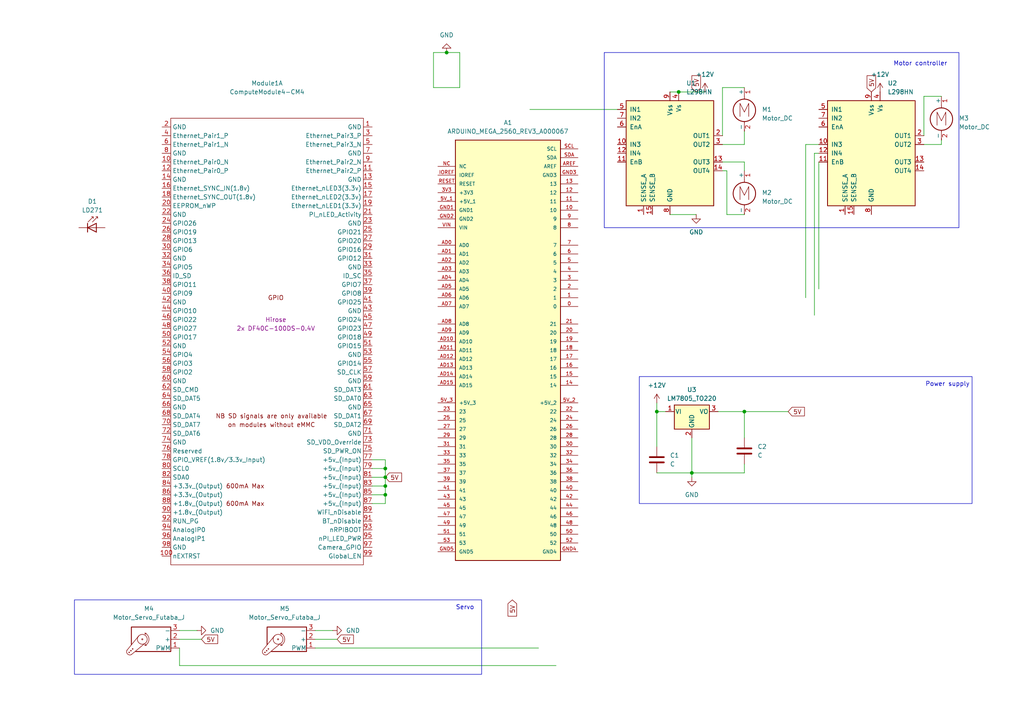
<source format=kicad_sch>
(kicad_sch (version 20231120) (generator "eeschema") (generator_version "8.0")
  (paper "A4")
  (lib_symbols
    (symbol "CM4IO:ComputeModule4-CM4"
      (property "Reference" "Module" (at 113.03 -68.58 0))
      (property "Value" "ComputeModule4-CM4" (at 140.97 2.54 0))
      (property "Manufacturer" "Hirose" (at 0 0 0))
      (property "MPN" "2x DF40C-100DS-0.4V" (at 0 -2.54 0))
      (property "MPN (Alt)" "2x DF40HC(3.0)-100DS-0.4V" (at 0 0 0))
      (symbol "ComputeModule4-CM4_1_0"
        (text "GPIO" (at 0 6.35 0) (effects (font (size 1.27 1.27))))
      )
      (symbol "ComputeModule4-CM4_1_1"
        (rectangle (start -30.48 -71.12) (end 25.4 58.42))
        (text "600mA Max" (at -8.89 -53.34 0) (effects (font (size 1.27 1.27))))
        (text "600mA Max" (at -8.89 -48.26 0) (effects (font (size 1.27 1.27))))
        (text "NB SD signals are only available" (at -1.27 -27.94 0) (effects (font (size 1.27 1.27))))
        (text "on modules without eMMC" (at -1.27 -30.48 0) (effects (font (size 1.27 1.27))))
        (pin power_in line (at 27.94 55.88 180) (length 2.54) (name "GND") (number "1"))
        (pin passive line (at -33.02 45.72 0) (length 2.54) (name "Ethernet_Pair0_N") (number "10"))
        (pin output line (at -33.02 -68.58 0) (length 2.54) (name "nEXTRST") (number "100"))
        (pin passive line (at 27.94 43.18 180) (length 2.54) (name "Ethernet_Pair2_P") (number "11"))
        (pin passive line (at -33.02 43.18 0) (length 2.54) (name "Ethernet_Pair0_P") (number "12"))
        (pin power_in line (at 27.94 40.64 180) (length 2.54) (name "GND") (number "13"))
        (pin power_in line (at -33.02 40.64 0) (length 2.54) (name "GND") (number "14"))
        (pin output line (at 27.94 38.1 180) (length 2.54) (name "Ethernet_nLED3(3.3v)") (number "15"))
        (pin input line (at -33.02 38.1 0) (length 2.54) (name "Ethernet_SYNC_IN(1.8v)") (number "16"))
        (pin output line (at 27.94 35.56 180) (length 2.54) (name "Ethernet_nLED2(3.3v)") (number "17"))
        (pin input line (at -33.02 35.56 0) (length 2.54) (name "Ethernet_SYNC_OUT(1.8v)") (number "18"))
        (pin output line (at 27.94 33.02 180) (length 2.54) (name "Ethernet_nLED1(3.3v)") (number "19"))
        (pin power_in line (at -33.02 55.88 0) (length 2.54) (name "GND") (number "2"))
        (pin passive line (at -33.02 33.02 0) (length 2.54) (name "EEPROM_nWP") (number "20"))
        (pin open_collector line (at 27.94 30.48 180) (length 2.54) (name "PI_nLED_Activity") (number "21"))
        (pin power_in line (at -33.02 30.48 0) (length 2.54) (name "GND") (number "22"))
        (pin power_in line (at 27.94 27.94 180) (length 2.54) (name "GND") (number "23"))
        (pin passive line (at -33.02 27.94 0) (length 2.54) (name "GPIO26") (number "24"))
        (pin passive line (at 27.94 25.4 180) (length 2.54) (name "GPIO21") (number "25"))
        (pin passive line (at -33.02 25.4 0) (length 2.54) (name "GPIO19") (number "26"))
        (pin passive line (at 27.94 22.86 180) (length 2.54) (name "GPIO20") (number "27"))
        (pin passive line (at -33.02 22.86 0) (length 2.54) (name "GPIO13") (number "28"))
        (pin passive line (at 27.94 20.32 180) (length 2.54) (name "GPIO16") (number "29"))
        (pin passive line (at 27.94 53.34 180) (length 2.54) (name "Ethernet_Pair3_P") (number "3"))
        (pin passive line (at -33.02 20.32 0) (length 2.54) (name "GPIO6") (number "30"))
        (pin passive line (at 27.94 17.78 180) (length 2.54) (name "GPIO12") (number "31"))
        (pin power_in line (at -33.02 17.78 0) (length 2.54) (name "GND") (number "32"))
        (pin power_in line (at 27.94 15.24 180) (length 2.54) (name "GND") (number "33"))
        (pin passive line (at -33.02 15.24 0) (length 2.54) (name "GPIO5") (number "34"))
        (pin passive line (at 27.94 12.7 180) (length 2.54) (name "ID_SC") (number "35"))
        (pin passive line (at -33.02 12.7 0) (length 2.54) (name "ID_SD") (number "36"))
        (pin passive line (at 27.94 10.16 180) (length 2.54) (name "GPIO7") (number "37"))
        (pin passive line (at -33.02 10.16 0) (length 2.54) (name "GPIO11") (number "38"))
        (pin passive line (at 27.94 7.62 180) (length 2.54) (name "GPIO8") (number "39"))
        (pin passive line (at -33.02 53.34 0) (length 2.54) (name "Ethernet_Pair1_P") (number "4"))
        (pin passive line (at -33.02 7.62 0) (length 2.54) (name "GPIO9") (number "40"))
        (pin passive line (at 27.94 5.08 180) (length 2.54) (name "GPIO25") (number "41"))
        (pin power_in line (at -33.02 5.08 0) (length 2.54) (name "GND") (number "42"))
        (pin power_in line (at 27.94 2.54 180) (length 2.54) (name "GND") (number "43"))
        (pin passive line (at -33.02 2.54 0) (length 2.54) (name "GPIO10") (number "44"))
        (pin passive line (at 27.94 0 180) (length 2.54) (name "GPIO24") (number "45"))
        (pin passive line (at -33.02 0 0) (length 2.54) (name "GPIO22") (number "46"))
        (pin passive line (at 27.94 -2.54 180) (length 2.54) (name "GPIO23") (number "47"))
        (pin passive line (at -33.02 -2.54 0) (length 2.54) (name "GPIO27") (number "48"))
        (pin passive line (at 27.94 -5.08 180) (length 2.54) (name "GPIO18") (number "49"))
        (pin passive line (at 27.94 50.8 180) (length 2.54) (name "Ethernet_Pair3_N") (number "5"))
        (pin passive line (at -33.02 -5.08 0) (length 2.54) (name "GPIO17") (number "50"))
        (pin passive line (at 27.94 -7.62 180) (length 2.54) (name "GPIO15") (number "51"))
        (pin power_in line (at -33.02 -7.62 0) (length 2.54) (name "GND") (number "52"))
        (pin power_in line (at 27.94 -10.16 180) (length 2.54) (name "GND") (number "53"))
        (pin passive line (at -33.02 -10.16 0) (length 2.54) (name "GPIO4") (number "54"))
        (pin passive line (at 27.94 -12.7 180) (length 2.54) (name "GPIO14") (number "55"))
        (pin passive line (at -33.02 -12.7 0) (length 2.54) (name "GPIO3") (number "56"))
        (pin passive line (at 27.94 -15.24 180) (length 2.54) (name "SD_CLK") (number "57"))
        (pin passive line (at -33.02 -15.24 0) (length 2.54) (name "GPIO2") (number "58"))
        (pin power_in line (at 27.94 -17.78 180) (length 2.54) (name "GND") (number "59"))
        (pin passive line (at -33.02 50.8 0) (length 2.54) (name "Ethernet_Pair1_N") (number "6"))
        (pin power_in line (at -33.02 -17.78 0) (length 2.54) (name "GND") (number "60"))
        (pin passive line (at 27.94 -20.32 180) (length 2.54) (name "SD_DAT3") (number "61"))
        (pin passive line (at -33.02 -20.32 0) (length 2.54) (name "SD_CMD") (number "62"))
        (pin passive line (at 27.94 -22.86 180) (length 2.54) (name "SD_DAT0") (number "63"))
        (pin passive line (at -33.02 -22.86 0) (length 2.54) (name "SD_DAT5") (number "64"))
        (pin power_in line (at 27.94 -25.4 180) (length 2.54) (name "GND") (number "65"))
        (pin power_in line (at -33.02 -25.4 0) (length 2.54) (name "GND") (number "66"))
        (pin passive line (at 27.94 -27.94 180) (length 2.54) (name "SD_DAT1") (number "67"))
        (pin passive line (at -33.02 -27.94 0) (length 2.54) (name "SD_DAT4") (number "68"))
        (pin passive line (at 27.94 -30.48 180) (length 2.54) (name "SD_DAT2") (number "69"))
        (pin power_in line (at 27.94 48.26 180) (length 2.54) (name "GND") (number "7"))
        (pin passive line (at -33.02 -30.48 0) (length 2.54) (name "SD_DAT7") (number "70"))
        (pin power_in line (at 27.94 -33.02 180) (length 2.54) (name "GND") (number "71"))
        (pin passive line (at -33.02 -33.02 0) (length 2.54) (name "SD_DAT6") (number "72"))
        (pin input line (at 27.94 -35.56 180) (length 2.54) (name "SD_VDD_Override") (number "73"))
        (pin power_in line (at -33.02 -35.56 0) (length 2.54) (name "GND") (number "74"))
        (pin output line (at 27.94 -38.1 180) (length 2.54) (name "SD_PWR_ON") (number "75"))
        (pin passive line (at -33.02 -38.1 0) (length 2.54) (name "Reserved") (number "76"))
        (pin power_in line (at 27.94 -40.64 180) (length 2.54) (name "+5v_(Input)") (number "77"))
        (pin power_in line (at -33.02 -40.64 0) (length 2.54) (name "GPIO_VREF(1.8v/3.3v_Input)") (number "78"))
        (pin power_in line (at 27.94 -43.18 180) (length 2.54) (name "+5v_(Input)") (number "79"))
        (pin power_in line (at -33.02 48.26 0) (length 2.54) (name "GND") (number "8"))
        (pin passive line (at -33.02 -43.18 0) (length 2.54) (name "SCL0") (number "80"))
        (pin power_in line (at 27.94 -45.72 180) (length 2.54) (name "+5v_(Input)") (number "81"))
        (pin passive line (at -33.02 -45.72 0) (length 2.54) (name "SDA0") (number "82"))
        (pin power_in line (at 27.94 -48.26 180) (length 2.54) (name "+5v_(Input)") (number "83"))
        (pin power_out line (at -33.02 -48.26 0) (length 2.54) (name "+3.3v_(Output)") (number "84"))
        (pin power_in line (at 27.94 -50.8 180) (length 2.54) (name "+5v_(Input)") (number "85"))
        (pin power_out line (at -33.02 -50.8 0) (length 2.54) (name "+3.3v_(Output)") (number "86"))
        (pin power_in line (at 27.94 -53.34 180) (length 2.54) (name "+5v_(Input)") (number "87"))
        (pin power_out line (at -33.02 -53.34 0) (length 2.54) (name "+1.8v_(Output)") (number "88"))
        (pin power_in line (at 27.94 -55.88 180) (length 2.54) (name "WiFi_nDisable") (number "89"))
        (pin passive line (at 27.94 45.72 180) (length 2.54) (name "Ethernet_Pair2_N") (number "9"))
        (pin power_out line (at -33.02 -55.88 0) (length 2.54) (name "+1.8v_(Output)") (number "90"))
        (pin power_in line (at 27.94 -58.42 180) (length 2.54) (name "BT_nDisable") (number "91"))
        (pin passive line (at -33.02 -58.42 0) (length 2.54) (name "RUN_PG") (number "92"))
        (pin input line (at 27.94 -60.96 180) (length 2.54) (name "nRPIBOOT") (number "93"))
        (pin passive line (at -33.02 -60.96 0) (length 2.54) (name "AnalogIP0") (number "94"))
        (pin output line (at 27.94 -63.5 180) (length 2.54) (name "nPI_LED_PWR") (number "95"))
        (pin passive line (at -33.02 -63.5 0) (length 2.54) (name "AnalogIP1") (number "96"))
        (pin passive line (at 27.94 -66.04 180) (length 2.54) (name "Camera_GPIO") (number "97"))
        (pin power_in line (at -33.02 -66.04 0) (length 2.54) (name "GND") (number "98"))
        (pin input line (at 27.94 -68.58 180) (length 2.54) (name "Global_EN") (number "99"))
      )
      (symbol "ComputeModule4-CM4_2_1"
        (rectangle (start 114.3 -66.04) (end 165.1 63.5))
        (text "High Speed Serial" (at 140.97 0 0) (effects (font (size 1.27 1.27))))
        (pin input line (at 170.18 60.96 180) (length 5.08) (name "USB_OTG_ID") (number "101"))
        (pin input line (at 109.22 60.96 0) (length 5.08) (name "PCIe_CLK_nREQ") (number "102"))
        (pin passive line (at 170.18 58.42 180) (length 5.08) (name "USB2_N") (number "103"))
        (pin passive line (at 109.22 58.42 0) (length 5.08) (name "Reserved") (number "104"))
        (pin passive line (at 170.18 55.88 180) (length 5.08) (name "USB2_P") (number "105"))
        (pin passive line (at 109.22 55.88 0) (length 5.08) (name "Reserved") (number "106"))
        (pin power_in line (at 170.18 53.34 180) (length 5.08) (name "GND") (number "107"))
        (pin power_in line (at 109.22 53.34 0) (length 5.08) (name "GND") (number "108"))
        (pin bidirectional line (at 170.18 50.8 180) (length 5.08) (name "PCIe_nRST") (number "109"))
        (pin output line (at 109.22 50.8 0) (length 5.08) (name "PCIe_CLK_P") (number "110"))
        (pin passive line (at 170.18 48.26 180) (length 5.08) (name "VDAC_COMP") (number "111"))
        (pin output line (at 109.22 48.26 0) (length 5.08) (name "PCIe_CLK_N") (number "112"))
        (pin power_in line (at 170.18 45.72 180) (length 5.08) (name "GND") (number "113"))
        (pin power_in line (at 109.22 45.72 0) (length 5.08) (name "GND") (number "114"))
        (pin input line (at 170.18 43.18 180) (length 5.08) (name "CAM1_D0_N") (number "115"))
        (pin input line (at 109.22 43.18 0) (length 5.08) (name "PCIe_RX_P") (number "116"))
        (pin input line (at 170.18 40.64 180) (length 5.08) (name "CAM1_D0_P") (number "117"))
        (pin input line (at 109.22 40.64 0) (length 5.08) (name "PCIe_RX_N") (number "118"))
        (pin power_in line (at 170.18 38.1 180) (length 5.08) (name "GND") (number "119"))
        (pin power_in line (at 109.22 38.1 0) (length 5.08) (name "GND") (number "120"))
        (pin input line (at 170.18 35.56 180) (length 5.08) (name "CAM1_D1_N") (number "121"))
        (pin output line (at 109.22 35.56 0) (length 5.08) (name "PCIe_TX_P") (number "122"))
        (pin input line (at 170.18 33.02 180) (length 5.08) (name "CAM1_D1_P") (number "123"))
        (pin output line (at 109.22 33.02 0) (length 5.08) (name "PCIe_TX_N") (number "124"))
        (pin power_in line (at 170.18 30.48 180) (length 5.08) (name "GND") (number "125"))
        (pin power_in line (at 109.22 30.48 0) (length 5.08) (name "GND") (number "126"))
        (pin input line (at 170.18 27.94 180) (length 5.08) (name "CAM1_C_N") (number "127"))
        (pin input line (at 109.22 27.94 0) (length 5.08) (name "CAM0_D0_N") (number "128"))
        (pin input line (at 170.18 25.4 180) (length 5.08) (name "CAM1_C_P") (number "129"))
        (pin input line (at 109.22 25.4 0) (length 5.08) (name "CAM0_D0_P") (number "130"))
        (pin power_in line (at 170.18 22.86 180) (length 5.08) (name "GND") (number "131"))
        (pin power_in line (at 109.22 22.86 0) (length 5.08) (name "GND") (number "132"))
        (pin input line (at 170.18 20.32 180) (length 5.08) (name "CAM1_D2_N") (number "133"))
        (pin input line (at 109.22 20.32 0) (length 5.08) (name "CAM0_D1_N") (number "134"))
        (pin input line (at 170.18 17.78 180) (length 5.08) (name "CAM1_D2_P") (number "135"))
        (pin input line (at 109.22 17.78 0) (length 5.08) (name "CAM0_D1_P") (number "136"))
        (pin power_in line (at 170.18 15.24 180) (length 5.08) (name "GND") (number "137"))
        (pin power_in line (at 109.22 15.24 0) (length 5.08) (name "GND") (number "138"))
        (pin input line (at 170.18 12.7 180) (length 5.08) (name "CAM1_D3_N") (number "139"))
        (pin input line (at 109.22 12.7 0) (length 5.08) (name "CAM0_C_N") (number "140"))
        (pin input line (at 170.18 10.16 180) (length 5.08) (name "CAM1_D3_P") (number "141"))
        (pin input line (at 109.22 10.16 0) (length 5.08) (name "CAM0_C_P") (number "142"))
        (pin input line (at 170.18 7.62 180) (length 5.08) (name "HDMI1_HOTPLUG") (number "143"))
        (pin power_in line (at 109.22 7.62 0) (length 5.08) (name "GND") (number "144"))
        (pin bidirectional line (at 170.18 5.08 180) (length 5.08) (name "HDMI1_SDA") (number "145"))
        (pin output line (at 109.22 5.08 0) (length 5.08) (name "HDMI1_TX2_P") (number "146"))
        (pin open_collector line (at 170.18 2.54 180) (length 5.08) (name "HDMI1_SCL") (number "147"))
        (pin output line (at 109.22 2.54 0) (length 5.08) (name "HDMI1_TX2_N") (number "148"))
        (pin open_collector line (at 170.18 0 180) (length 5.08) (name "HDMI1_CEC") (number "149"))
        (pin power_in line (at 109.22 0 0) (length 5.08) (name "GND") (number "150"))
        (pin open_collector line (at 170.18 -2.54 180) (length 5.08) (name "HDMI0_CEC") (number "151"))
        (pin output line (at 109.22 -2.54 0) (length 5.08) (name "HDMI1_TX1_P") (number "152"))
        (pin input line (at 170.18 -5.08 180) (length 5.08) (name "HDMI0_HOTPLUG") (number "153"))
        (pin output line (at 109.22 -5.08 0) (length 5.08) (name "HDMI1_TX1_N") (number "154"))
        (pin power_in line (at 170.18 -7.62 180) (length 5.08) (name "GND") (number "155"))
        (pin power_in line (at 109.22 -7.62 0) (length 5.08) (name "GND") (number "156"))
        (pin output line (at 170.18 -10.16 180) (length 5.08) (name "DSI0_D0_N") (number "157"))
        (pin output line (at 109.22 -10.16 0) (length 5.08) (name "HDMI1_TX0_P") (number "158"))
        (pin output line (at 170.18 -12.7 180) (length 5.08) (name "DSI0_D0_P") (number "159"))
        (pin output line (at 109.22 -12.7 0) (length 5.08) (name "HDMI1_TX0_N") (number "160"))
        (pin power_in line (at 170.18 -15.24 180) (length 5.08) (name "GND") (number "161"))
        (pin power_in line (at 109.22 -15.24 0) (length 5.08) (name "GND") (number "162"))
        (pin output line (at 170.18 -17.78 180) (length 5.08) (name "DSI0_D1_N") (number "163"))
        (pin output line (at 109.22 -17.78 0) (length 5.08) (name "HDMI1_CLK_P") (number "164"))
        (pin output line (at 170.18 -20.32 180) (length 5.08) (name "DSI0_D1_P") (number "165"))
        (pin output line (at 109.22 -20.32 0) (length 5.08) (name "HDMI1_CLK_N") (number "166"))
        (pin power_in line (at 170.18 -22.86 180) (length 5.08) (name "GND") (number "167"))
        (pin power_in line (at 109.22 -22.86 0) (length 5.08) (name "GND") (number "168"))
        (pin output line (at 170.18 -25.4 180) (length 5.08) (name "DSI0_C_N") (number "169"))
        (pin output line (at 109.22 -25.4 0) (length 5.08) (name "HDMI0_TX2_P") (number "170"))
        (pin output line (at 170.18 -27.94 180) (length 5.08) (name "DSI0_C_P") (number "171"))
        (pin output line (at 109.22 -27.94 0) (length 5.08) (name "HDMI0_TX2_N") (number "172"))
        (pin power_in line (at 170.18 -30.48 180) (length 5.08) (name "GND") (number "173"))
        (pin power_in line (at 109.22 -30.48 0) (length 5.08) (name "GND") (number "174"))
        (pin output line (at 170.18 -33.02 180) (length 5.08) (name "DSI1_D0_N") (number "175"))
        (pin output line (at 109.22 -33.02 0) (length 5.08) (name "HDMI0_TX1_P") (number "176"))
        (pin output line (at 170.18 -35.56 180) (length 5.08) (name "DSI1_D0_P") (number "177"))
        (pin output line (at 109.22 -35.56 0) (length 5.08) (name "HDMI0_TX1_N") (number "178"))
        (pin power_in line (at 170.18 -38.1 180) (length 5.08) (name "GND") (number "179"))
        (pin power_in line (at 109.22 -38.1 0) (length 5.08) (name "GND") (number "180"))
        (pin output line (at 170.18 -40.64 180) (length 5.08) (name "DSI1_D1_N") (number "181"))
        (pin output line (at 109.22 -40.64 0) (length 5.08) (name "HDMI0_TX0_P") (number "182"))
        (pin output line (at 170.18 -43.18 180) (length 5.08) (name "DSI1_D1_P") (number "183"))
        (pin output line (at 109.22 -43.18 0) (length 5.08) (name "HDMI0_TX0_N") (number "184"))
        (pin power_in line (at 170.18 -45.72 180) (length 5.08) (name "GND") (number "185"))
        (pin power_in line (at 109.22 -45.72 0) (length 5.08) (name "GND") (number "186"))
        (pin output line (at 170.18 -48.26 180) (length 5.08) (name "DSI1_C_N") (number "187"))
        (pin output line (at 109.22 -48.26 0) (length 5.08) (name "HDMI0_CLK_P") (number "188"))
        (pin output line (at 170.18 -50.8 180) (length 5.08) (name "DSI1_C_P") (number "189"))
        (pin output line (at 109.22 -50.8 0) (length 5.08) (name "HDMI0_CLK_N") (number "190"))
        (pin power_in line (at 170.18 -53.34 180) (length 5.08) (name "GND") (number "191"))
        (pin power_in line (at 109.22 -53.34 0) (length 5.08) (name "GND") (number "192"))
        (pin output line (at 170.18 -55.88 180) (length 5.08) (name "DSI1_D2_N") (number "193"))
        (pin output line (at 109.22 -55.88 0) (length 5.08) (name "DSI1_D3_N") (number "194"))
        (pin output line (at 170.18 -58.42 180) (length 5.08) (name "DSI1_D2_P") (number "195"))
        (pin output line (at 109.22 -58.42 0) (length 5.08) (name "DSI1_D3_P") (number "196"))
        (pin power_in line (at 170.18 -60.96 180) (length 5.08) (name "GND") (number "197"))
        (pin power_in line (at 109.22 -60.96 0) (length 5.08) (name "GND") (number "198"))
        (pin bidirectional line (at 170.18 -63.5 180) (length 5.08) (name "HDMI0_SDA") (number "199"))
        (pin open_collector line (at 109.22 -63.5 0) (length 5.08) (name "HDMI0_SCL") (number "200"))
      )
    )
    (symbol "Device:C" (pin_numbers hide) (pin_names (offset 0.254))
      (property "Reference" "C" (at 0.635 2.54 0))
      (property "Value" "C" (at 0.635 -2.54 0))
      (symbol "C_0_1"
        (polyline (pts (xy -2.032 -0.762) (xy 2.032 -0.762)) (stroke (width 0.508)))
        (polyline (pts (xy -2.032 0.762) (xy 2.032 0.762)) (stroke (width 0.508)))
      )
      (symbol "C_1_1"
        (pin passive line (at 0 3.81 270) (length 2.794) (name "~") (number "1"))
        (pin passive line (at 0 -3.81 90) (length 2.794) (name "~") (number "2"))
      )
    )
    (symbol "Driver_Motor:L298HN" (pin_names (offset 1.016))
      (property "Reference" "U" (at -10.16 16.51 0))
      (property "Value" "L298HN" (at 12.7 16.51 0))
      (symbol "L298HN_0_1"
        (rectangle (start -12.7 15.24) (end 12.7 -15.24) (stroke (width 0.254)) (fill (type background)))
      )
      (symbol "L298HN_1_1"
        (pin power_in line (at -7.62 -17.78 90) (length 2.54) (name "SENSE_A") (number "1"))
        (pin input line (at -15.24 2.54 0) (length 2.54) (name "IN3") (number "10"))
        (pin input line (at -15.24 -2.54 0) (length 2.54) (name "EnB") (number "11"))
        (pin input line (at -15.24 0 0) (length 2.54) (name "IN4") (number "12"))
        (pin output line (at 15.24 -2.54 180) (length 2.54) (name "OUT3") (number "13"))
        (pin output line (at 15.24 -5.08 180) (length 2.54) (name "OUT4") (number "14"))
        (pin power_in line (at -5.08 -17.78 90) (length 2.54) (name "SENSE_B") (number "15"))
        (pin output line (at 15.24 5.08 180) (length 2.54) (name "OUT1") (number "2"))
        (pin output line (at 15.24 2.54 180) (length 2.54) (name "OUT2") (number "3"))
        (pin power_in line (at 2.54 17.78 270) (length 2.54) (name "Vs") (number "4"))
        (pin input line (at -15.24 12.7 0) (length 2.54) (name "IN1") (number "5"))
        (pin input line (at -15.24 7.62 0) (length 2.54) (name "EnA") (number "6"))
        (pin input line (at -15.24 10.16 0) (length 2.54) (name "IN2") (number "7"))
        (pin power_in line (at 0 -17.78 90) (length 2.54) (name "GND") (number "8"))
        (pin power_in line (at 0 17.78 270) (length 2.54) (name "Vss") (number "9"))
      )
    )
    (symbol "LED:LD271" (pin_numbers hide) (pin_names (offset 1.016) hide)
      (property "Reference" "D" (at 0.508 1.778 0))
      (property "Value" "LD271" (at -1.016 -2.794 0))
      (symbol "LD271_0_1"
        (polyline (pts (xy -2.54 1.27) (xy -2.54 -1.27)) (stroke (width 0.254)))
        (polyline (pts (xy 0 0) (xy -2.54 0)))
        (polyline (pts (xy 0.381 3.175) (xy -0.127 3.175)))
        (polyline (pts (xy -1.143 1.651) (xy 0.381 3.175) (xy 0.381 2.667)))
        (polyline (pts (xy 0 -1.27) (xy -2.54 0) (xy 0 1.27) (xy 0 -1.27)) (stroke (width 0.254)))
        (polyline (pts (xy -2.413 1.651) (xy -0.889 3.175) (xy -0.889 2.667) (xy -0.889 3.175) (xy -1.397 3.175)))
      )
      (symbol "LD271_1_1"
        (pin passive line (at -5.08 0 0) (length 2.54) (name "K") (number "1"))
        (pin passive line (at 2.54 0 180) (length 2.54) (name "A") (number "2"))
      )
    )
    (symbol "MCU_Module:ARDUINO_MEGA_2560_REV3_A000067" (pin_names (offset 1.016))
      (property "Reference" "A" (at -15.24 61.595 0))
      (property "Value" "ARDUINO_MEGA_2560_REV3_A000067" (at -15.24 -63.5 0))
      (symbol "ARDUINO_MEGA_2560_REV3_A000067_0_0"
        (rectangle (start -15.24 -60.96) (end 15.24 60.96) (stroke (width 0.254)) (fill (type background)))
        (pin passive line (at 20.32 12.7 180) (length 5.08) (name "0") (number "0"))
        (pin passive line (at 20.32 15.24 180) (length 5.08) (name "1") (number "1"))
        (pin passive line (at 20.32 40.64 180) (length 5.08) (name "10") (number "10"))
        (pin passive line (at 20.32 43.18 180) (length 5.08) (name "11") (number "11"))
        (pin passive line (at 20.32 45.72 180) (length 5.08) (name "12") (number "12"))
        (pin passive line (at 20.32 48.26 180) (length 5.08) (name "13") (number "13"))
        (pin passive line (at 20.32 -10.16 180) (length 5.08) (name "14") (number "14"))
        (pin passive line (at 20.32 -7.62 180) (length 5.08) (name "15") (number "15"))
        (pin passive line (at 20.32 -5.08 180) (length 5.08) (name "16") (number "16"))
        (pin passive line (at 20.32 -2.54 180) (length 5.08) (name "17") (number "17"))
        (pin passive line (at 20.32 0 180) (length 5.08) (name "18") (number "18"))
        (pin passive line (at 20.32 2.54 180) (length 5.08) (name "19") (number "19"))
        (pin passive line (at 20.32 17.78 180) (length 5.08) (name "2") (number "2"))
        (pin passive line (at 20.32 5.08 180) (length 5.08) (name "20") (number "20"))
        (pin passive line (at 20.32 7.62 180) (length 5.08) (name "21") (number "21"))
        (pin passive line (at 20.32 -17.78 180) (length 5.08) (name "22") (number "22"))
        (pin passive line (at -20.32 -17.78 0) (length 5.08) (name "23") (number "23"))
        (pin passive line (at 20.32 -20.32 180) (length 5.08) (name "24") (number "24"))
        (pin passive line (at -20.32 -20.32 0) (length 5.08) (name "25") (number "25"))
        (pin passive line (at 20.32 -22.86 180) (length 5.08) (name "26") (number "26"))
        (pin passive line (at -20.32 -22.86 0) (length 5.08) (name "27") (number "27"))
        (pin passive line (at 20.32 -25.4 180) (length 5.08) (name "28") (number "28"))
        (pin passive line (at -20.32 -25.4 0) (length 5.08) (name "29") (number "29"))
        (pin passive line (at 20.32 20.32 180) (length 5.08) (name "3") (number "3"))
        (pin passive line (at 20.32 -27.94 180) (length 5.08) (name "30") (number "30"))
        (pin passive line (at -20.32 -27.94 0) (length 5.08) (name "31") (number "31"))
        (pin passive line (at 20.32 -30.48 180) (length 5.08) (name "32") (number "32"))
        (pin passive line (at -20.32 -30.48 0) (length 5.08) (name "33") (number "33"))
        (pin passive line (at 20.32 -33.02 180) (length 5.08) (name "34") (number "34"))
        (pin passive line (at -20.32 -33.02 0) (length 5.08) (name "35") (number "35"))
        (pin passive line (at 20.32 -35.56 180) (length 5.08) (name "36") (number "36"))
        (pin passive line (at -20.32 -35.56 0) (length 5.08) (name "37") (number "37"))
        (pin passive line (at 20.32 -38.1 180) (length 5.08) (name "38") (number "38"))
        (pin passive line (at -20.32 -38.1 0) (length 5.08) (name "39") (number "39"))
        (pin passive line (at -20.32 45.72 0) (length 5.08) (name "+3V3") (number "3V3"))
        (pin passive line (at 20.32 22.86 180) (length 5.08) (name "4") (number "4"))
        (pin passive line (at 20.32 -40.64 180) (length 5.08) (name "40") (number "40"))
        (pin passive line (at -20.32 -40.64 0) (length 5.08) (name "41") (number "41"))
        (pin passive line (at 20.32 -43.18 180) (length 5.08) (name "42") (number "42"))
        (pin passive line (at -20.32 -43.18 0) (length 5.08) (name "43") (number "43"))
        (pin passive line (at 20.32 -45.72 180) (length 5.08) (name "44") (number "44"))
        (pin passive line (at -20.32 -45.72 0) (length 5.08) (name "45") (number "45"))
        (pin passive line (at 20.32 -48.26 180) (length 5.08) (name "46") (number "46"))
        (pin passive line (at -20.32 -48.26 0) (length 5.08) (name "47") (number "47"))
        (pin passive line (at 20.32 -50.8 180) (length 5.08) (name "48") (number "48"))
        (pin passive line (at -20.32 -50.8 0) (length 5.08) (name "49") (number "49"))
        (pin passive line (at 20.32 25.4 180) (length 5.08) (name "5") (number "5"))
        (pin passive line (at 20.32 -53.34 180) (length 5.08) (name "50") (number "50"))
        (pin passive line (at -20.32 -53.34 0) (length 5.08) (name "51") (number "51"))
        (pin passive line (at 20.32 -55.88 180) (length 5.08) (name "52") (number "52"))
        (pin passive line (at -20.32 -55.88 0) (length 5.08) (name "53") (number "53"))
        (pin passive line (at -20.32 43.18 0) (length 5.08) (name "+5V_1") (number "5V_1"))
        (pin passive line (at 20.32 -15.24 180) (length 5.08) (name "+5V_2") (number "5V_2"))
        (pin passive line (at -20.32 -15.24 0) (length 5.08) (name "+5V_3") (number "5V_3"))
        (pin passive line (at 20.32 27.94 180) (length 5.08) (name "6") (number "6"))
        (pin passive line (at 20.32 30.48 180) (length 5.08) (name "7") (number "7"))
        (pin passive line (at 20.32 35.56 180) (length 5.08) (name "8") (number "8"))
        (pin passive line (at 20.32 38.1 180) (length 5.08) (name "9") (number "9"))
        (pin passive line (at -20.32 30.48 0) (length 5.08) (name "AD0") (number "AD0"))
        (pin passive line (at -20.32 27.94 0) (length 5.08) (name "AD1") (number "AD1"))
        (pin passive line (at -20.32 2.54 0) (length 5.08) (name "AD10") (number "AD10"))
        (pin passive line (at -20.32 0 0) (length 5.08) (name "AD11") (number "AD11"))
        (pin passive line (at -20.32 -2.54 0) (length 5.08) (name "AD12") (number "AD12"))
        (pin passive line (at -20.32 -5.08 0) (length 5.08) (name "AD13") (number "AD13"))
        (pin passive line (at -20.32 -7.62 0) (length 5.08) (name "AD14") (number "AD14"))
        (pin passive line (at -20.32 -10.16 0) (length 5.08) (name "AD15") (number "AD15"))
        (pin passive line (at -20.32 25.4 0) (length 5.08) (name "AD2") (number "AD2"))
        (pin passive line (at -20.32 22.86 0) (length 5.08) (name "AD3") (number "AD3"))
        (pin passive line (at -20.32 20.32 0) (length 5.08) (name "AD4") (number "AD4"))
        (pin passive line (at -20.32 17.78 0) (length 5.08) (name "AD5") (number "AD5"))
        (pin passive line (at -20.32 15.24 0) (length 5.08) (name "AD6") (number "AD6"))
        (pin passive line (at -20.32 12.7 0) (length 5.08) (name "AD7") (number "AD7"))
        (pin passive line (at -20.32 7.62 0) (length 5.08) (name "AD8") (number "AD8"))
        (pin passive line (at -20.32 5.08 0) (length 5.08) (name "AD9") (number "AD9"))
        (pin passive line (at 20.32 53.34 180) (length 5.08) (name "AREF") (number "AREF"))
        (pin passive line (at -20.32 40.64 0) (length 5.08) (name "GND1") (number "GND1"))
        (pin passive line (at -20.32 38.1 0) (length 5.08) (name "GND2") (number "GND2"))
        (pin passive line (at 20.32 50.8 180) (length 5.08) (name "GND3") (number "GND3"))
        (pin passive line (at 20.32 -58.42 180) (length 5.08) (name "GND4") (number "GND4"))
        (pin passive line (at -20.32 -58.42 0) (length 5.08) (name "GND5") (number "GND5"))
        (pin passive line (at -20.32 50.8 0) (length 5.08) (name "IOREF") (number "IOREF"))
        (pin passive line (at -20.32 53.34 0) (length 5.08) (name "NC") (number "NC"))
        (pin passive line (at -20.32 48.26 0) (length 5.08) (name "RESET") (number "RESET"))
        (pin passive line (at 20.32 58.42 180) (length 5.08) (name "SCL") (number "SCL"))
        (pin passive line (at 20.32 55.88 180) (length 5.08) (name "SDA") (number "SDA"))
        (pin passive line (at -20.32 35.56 0) (length 5.08) (name "VIN") (number "VIN"))
      )
    )
    (symbol "Motor:Motor_DC" (pin_names (offset 0))
      (property "Reference" "M" (at 2.54 2.54 0))
      (property "Value" "Motor_DC" (at 2.54 -5.08 0))
      (symbol "Motor_DC_0_0"
        (polyline (pts (xy -1.27 -3.302) (xy -1.27 0.508) (xy 0 -2.032) (xy 1.27 0.508) (xy 1.27 -3.302)))
      )
      (symbol "Motor_DC_0_1"
        (circle (center 0 -1.524) (radius 3.2512) (stroke (width 0.254)))
        (polyline (pts (xy 0 -7.62) (xy 0 -7.112)))
        (polyline (pts (xy 0 -4.7752) (xy 0 -5.1816)))
        (polyline (pts (xy 0 1.7272) (xy 0 2.0828)))
        (polyline (pts (xy 0 2.032) (xy 0 2.54)))
      )
      (symbol "Motor_DC_1_1"
        (pin passive line (at 0 5.08 270) (length 2.54) (name "+") (number "1"))
        (pin passive line (at 0 -7.62 90) (length 2.54) (name "-") (number "2"))
      )
    )
    (symbol "Motor:Motor_Servo_Futaba_J" (pin_names (offset 0.0254))
      (property "Reference" "M" (at -5.08 4.445 0))
      (property "Value" "Motor_Servo_Futaba_J" (at -5.08 -4.064 0))
      (symbol "Motor_Servo_Futaba_J_0_1"
        (polyline (pts (xy 2.413 -1.778) (xy 2.032 -1.778)))
        (polyline (pts (xy 2.413 -1.778) (xy 2.286 -1.397)))
        (polyline (pts (xy 2.413 1.778) (xy 1.905 1.778)))
        (polyline (pts (xy 2.413 1.778) (xy 2.286 1.397)))
        (polyline (pts (xy 6.35 4.445) (xy 2.54 1.27)))
        (polyline (pts (xy 7.62 3.175) (xy 4.191 -1.016)))
        (polyline (pts (xy 5.08 3.556) (xy -5.08 3.556) (xy -5.08 -3.556) (xy 6.35 -3.556) (xy 6.35 1.524)) (stroke (width 0.254)))
        (arc (start 2.413 1.778) (mid 1.2406 0) (end 2.413 -1.778))
        (circle (center 3.175 0) (radius 0.1778))
        (circle (center 3.175 0) (radius 1.4224))
        (circle (center 5.969 2.794) (radius 0.127))
        (circle (center 6.477 3.302) (radius 0.127))
        (circle (center 6.985 3.81) (radius 0.127))
        (arc (start 7.62 3.175) (mid 7.4485 4.2735) (end 6.35 4.445))
      )
      (symbol "Motor_Servo_Futaba_J_1_1"
        (pin passive line (at -7.62 2.54 0) (length 2.54) (name "PWM") (number "1"))
        (pin passive line (at -7.62 0 0) (length 2.54) (name "+") (number "2"))
        (pin passive line (at -7.62 -2.54 0) (length 2.54) (name "-") (number "3"))
      )
    )
    (symbol "Regulator_Linear:LM7805_TO220" (pin_names (offset 0.254))
      (property "Reference" "U" (at -3.81 3.175 0))
      (property "Value" "LM7805_TO220" (at 0 3.175 0))
      (symbol "LM7805_TO220_0_1"
        (rectangle (start -5.08 1.905) (end 5.08 -5.08) (stroke (width 0.254)) (fill (type background)))
      )
      (symbol "LM7805_TO220_1_1"
        (pin power_in line (at -7.62 0 0) (length 2.54) (name "VI") (number "1"))
        (pin power_in line (at 0 -7.62 90) (length 2.54) (name "GND") (number "2"))
        (pin power_out line (at 7.62 0 180) (length 2.54) (name "VO") (number "3"))
      )
    )
    (symbol "power:+12V" (power) (pin_numbers hide) (pin_names (offset 0) hide)
      (property "Value" "+12V" (at 0 3.556 0))
      (symbol "+12V_0_1"
        (polyline (pts (xy -0.762 1.27) (xy 0 2.54)))
        (polyline (pts (xy 0 0) (xy 0 2.54)))
        (polyline (pts (xy 0 2.54) (xy 0.762 1.27)))
      )
      (symbol "+12V_1_1"
        (pin power_in line (at 0 0 90) (length 0) (name "~") (number "1"))
      )
    )
    (symbol "power:GND" (power) (pin_numbers hide) (pin_names (offset 0) hide)
      (property "Value" "GND" (at 0 -3.81 0))
      (symbol "GND_0_1"
        (polyline (pts (xy 0 0) (xy 0 -1.27) (xy 1.27 -1.27) (xy 0 -2.54) (xy -1.27 -1.27) (xy 0 -1.27)))
      )
      (symbol "GND_1_1"
        (pin power_in line (at 0 0 270) (length 0) (name "~") (number "1"))
      )
    )
  )
  (junction (at 215.9 119.38))
  (junction (at 111.76 138.43))
  (junction (at 129.54 15.24))
  (junction (at 190.5 119.38))
  (junction (at 111.76 140.97))
  (junction (at 200.66 137.16))
  (junction (at 111.76 143.51))
  (junction (at 111.76 135.89))
  (junction (at 196.85 26.67))
  (wire (pts (xy 111.76 143.51) (xy 111.76 146.05)))
  (wire (pts (xy 237.49 41.91) (xy 233.68 41.91)))
  (wire (pts (xy 215.9 134.62) (xy 215.9 137.16)))
  (wire (pts (xy 236.22 44.45) (xy 236.22 91.44)))
  (wire (pts (xy 107.95 133.35) (xy 111.76 133.35)))
  (wire (pts (xy 190.5 119.38) (xy 190.5 129.54)))
  (wire (pts (xy 233.68 41.91) (xy 233.68 86.36)))
  (wire (pts (xy 91.44 185.42) (xy 97.79 185.42)))
  (wire (pts (xy 129.54 15.24) (xy 125.73 15.24)))
  (wire (pts (xy 215.9 119.38) (xy 215.9 127)))
  (wire (pts (xy 91.44 182.88) (xy 96.52 182.88)))
  (wire (pts (xy 267.97 41.91) (xy 273.05 41.91)))
  (wire (pts (xy 194.31 26.67) (xy 196.85 26.67)))
  (wire (pts (xy 52.07 185.42) (xy 58.42 185.42)))
  (wire (pts (xy 215.9 41.91) (xy 215.9 38.1)))
  (wire (pts (xy 111.76 135.89) (xy 111.76 138.43)))
  (wire (pts (xy 209.55 25.4) (xy 215.9 25.4)))
  (wire (pts (xy 193.04 119.38) (xy 190.5 119.38)))
  (wire (pts (xy 111.76 133.35) (xy 111.76 135.89)))
  (wire (pts (xy 273.05 40.64) (xy 273.05 41.91)))
  (wire (pts (xy 107.95 143.51) (xy 111.76 143.51)))
  (wire (pts (xy 237.49 46.99) (xy 237.49 83.82)))
  (wire (pts (xy 111.76 146.05) (xy 107.95 146.05)))
  (wire (pts (xy 200.66 137.16) (xy 200.66 138.43)))
  (wire (pts (xy 215.9 137.16) (xy 200.66 137.16)))
  (wire (pts (xy 107.95 135.89) (xy 111.76 135.89)))
  (wire (pts (xy 210.82 62.23) (xy 215.9 62.23)))
  (wire (pts (xy 125.73 25.4) (xy 133.35 25.4)))
  (wire (pts (xy 133.35 15.24) (xy 133.35 25.4)))
  (wire (pts (xy 125.73 15.24) (xy 125.73 25.4)))
  (wire (pts (xy 52.07 182.88) (xy 57.15 182.88)))
  (wire (pts (xy 209.55 49.53) (xy 210.82 49.53)))
  (wire (pts (xy 208.28 119.38) (xy 215.9 119.38)))
  (wire (pts (xy 267.97 27.94) (xy 273.05 27.94)))
  (wire (pts (xy 196.85 26.67) (xy 204.47 26.67)))
  (wire (pts (xy 209.55 41.91) (xy 215.9 41.91)))
  (wire (pts (xy 209.55 46.99) (xy 215.9 46.99)))
  (wire (pts (xy 107.95 140.97) (xy 111.76 140.97)))
  (wire (pts (xy 52.07 193.04) (xy 161.29 193.04)))
  (wire (pts (xy 237.49 44.45) (xy 236.22 44.45)))
  (wire (pts (xy 111.76 138.43) (xy 111.76 140.97)))
  (wire (pts (xy 190.5 137.16) (xy 200.66 137.16)))
  (wire (pts (xy 200.66 127) (xy 200.66 137.16)))
  (wire (pts (xy 267.97 39.37) (xy 267.97 27.94)))
  (wire (pts (xy 91.44 187.96) (xy 156.21 187.96)))
  (wire (pts (xy 215.9 119.38) (xy 228.6 119.38)))
  (wire (pts (xy 190.5 116.84) (xy 190.5 119.38)))
  (wire (pts (xy 209.55 39.37) (xy 209.55 25.4)))
  (wire (pts (xy 194.31 62.23) (xy 201.93 62.23)))
  (wire (pts (xy 52.07 193.04) (xy 52.07 187.96)))
  (wire (pts (xy 107.95 138.43) (xy 111.76 138.43)))
  (wire (pts (xy 179.07 31.75) (xy 153.67 31.75)))
  (wire (pts (xy 129.54 15.24) (xy 133.35 15.24)))
  (wire (pts (xy 215.9 46.99) (xy 215.9 49.53)))
  (wire (pts (xy 210.82 49.53) (xy 210.82 62.23)))
  (wire (pts (xy 111.76 140.97) (xy 111.76 143.51)))
  (rectangle (start 175.26 15.24) (end 278.13 66.04))
  (rectangle (start 21.59 173.99) (end 139.7 195.58))
  (rectangle (start 185.42 109.22) (end 281.94 146.05))
  (text "Power supply" (at 274.828 111.506 0) (effects (font (size 1.27 1.27))))
  (text "Servo" (at 134.874 176.276 0) (effects (font (size 1.27 1.27))))
  (text "Motor controller" (at 266.954 18.542 0) (effects (font (size 1.27 1.27))))
  (global_label "5V" (shape input) (at 252.73 26.67 90) (property "Intersheetrefs" "${INTERSHEET_REFS}" (effects (hide yes))))
  (global_label "5V" (shape input) (at 97.79 185.42 0) (property "Intersheetrefs" "${INTERSHEET_REFS}" (effects (hide yes))))
  (global_label "5V" (shape input) (at 58.42 185.42 0) (property "Intersheetrefs" "${INTERSHEET_REFS}" (effects (hide yes))))
  (global_label "5V" (shape input) (at 111.76 138.43 0) (property "Intersheetrefs" "${INTERSHEET_REFS}" (effects (hide yes))))
  (global_label "5V" (shape input) (at 201.93 26.67 90) (property "Intersheetrefs" "${INTERSHEET_REFS}" (effects (hide yes))))
  (global_label "5V" (shape input) (at 148.59 173.99 270) (property "Intersheetrefs" "${INTERSHEET_REFS}" (effects (hide yes))))
  (global_label "5V" (shape input) (at 228.6 119.38 0) (property "Intersheetrefs" "${INTERSHEET_REFS}" (effects (hide yes))))
  (symbol (lib_id "power:GND") (at 201.93 62.23 0) (unit 1)
    (property "Reference" "#PWR04" (effects (hide yes)))
    (property "Value" "GND" (at 201.93 67.31 0))
    (property "Description" "Power symbol creates a global label with name \"GND\" , ground" (effects (hide yes)))
  )
  (symbol (lib_id "Motor:Motor_Servo_Futaba_J") (at 44.45 185.42 180) (unit 1)
    (property "Reference" "M4" (at 43.1911 176.53 0))
    (property "Value" "Motor_Servo_Futaba_J" (at 43.1911 179.07 0))
    (property "Datasheet" "http://forums.parallax.com/uploads/attachments/46831/74481.png" (effects (hide yes)))
    (property "Description" "Servo Motor (Futuba J-connector)" (effects (hide yes)))
  )
  (symbol (lib_id "power:+12V") (at 204.47 26.67 0) (unit 1)
    (property "Reference" "#PWR05" (effects (hide yes)))
    (property "Value" "+12V" (at 204.47 21.59 0))
    (property "Description" "Power symbol creates a global label with name \"+12V\"" (effects (hide yes)))
  )
  (symbol (lib_id "Motor:Motor_DC") (at 215.9 30.48 0) (unit 1)
    (property "Reference" "M1" (at 220.98 31.7499 0) (effects (justify left)))
    (property "Value" "Motor_DC" (at 220.98 34.2899 0) (effects (justify left)))
    (property "Description" "DC Motor" (effects (hide yes)))
  )
  (symbol (lib_id "Regulator_Linear:LM7805_TO220") (at 200.66 119.38 0) (unit 1)
    (property "Reference" "U3" (at 200.66 113.03 0))
    (property "Value" "LM7805_TO220" (at 200.66 115.57 0))
    (property "Footprint" "Package_TO_SOT_THT:TO-220-3_Vertical" (effects (hide yes)))
    (property "Datasheet" "https://www.onsemi.cn/PowerSolutions/document/MC7800-D.PDF" (effects (hide yes)))
    (property "Description" "Positive 1A 35V Linear Regulator, Fixed Output 5V, TO-220" (effects (hide yes)))
  )
  (symbol (lib_id "Device:C") (at 190.5 133.35 0) (unit 1)
    (property "Reference" "C1" (at 194.31 132.0799 0) (effects (justify left)))
    (property "Value" "C" (at 194.31 134.6199 0) (effects (justify left)))
    (property "Description" "Unpolarized capacitor" (effects (hide yes)))
  )
  (symbol (lib_id "power:+12V") (at 255.27 26.67 0) (unit 1)
    (property "Reference" "#PWR06" (effects (hide yes)))
    (property "Value" "+12V" (at 255.27 21.59 0))
    (property "Description" "Power symbol creates a global label with name \"+12V\"" (effects (hide yes)))
  )
  (symbol (lib_id "power:GND") (at 200.66 138.43 0) (unit 1)
    (property "Reference" "#PWR02" (effects (hide yes)))
    (property "Value" "GND" (at 200.66 143.51 0))
    (property "Description" "Power symbol creates a global label with name \"GND\" , ground" (effects (hide yes)))
  )
  (symbol (lib_id "power:GND") (at 96.52 182.88 90) (unit 1)
    (property "Reference" "#PWR08" (effects (hide yes)))
    (property "Value" "GND" (at 100.33 182.8799 90) (effects (justify right)))
    (property "Description" "Power symbol creates a global label with name \"GND\" , ground" (effects (hide yes)))
  )
  (symbol (lib_id "Driver_Motor:L298HN") (at 252.73 44.45 0) (unit 1)
    (property "Reference" "U2" (at 257.4641 24.13 0) (effects (justify left)))
    (property "Value" "L298HN" (at 257.4641 26.67 0) (effects (justify left)))
    (property "Footprint" "Package_TO_SOT_THT:TO-220-15_P2.54x2.54mm_StaggerOdd_Lead5.84mm_TabDown" (effects (hide yes)))
    (property "Datasheet" "http://www.st.com/st-web-ui/static/active/en/resource/technical/document/datasheet/CD00000240.pdf" (effects (hide yes)))
    (property "Description" "Dual full bridge motor driver, up to 46V, 4A, Multiwatt15-H" (effects (hide yes)))
  )
  (symbol (lib_id "power:+12V") (at 190.5 116.84 0) (unit 1)
    (property "Reference" "#PWR01" (effects (hide yes)))
    (property "Value" "+12V" (at 190.5 111.76 0))
    (property "Description" "Power symbol creates a global label with name \"+12V\"" (effects (hide yes)))
  )
  (symbol (lib_id "Motor:Motor_DC") (at 273.05 33.02 0) (unit 1)
    (property "Reference" "M3" (at 278.13 34.2899 0) (effects (justify left)))
    (property "Value" "Motor_DC" (at 278.13 36.8299 0) (effects (justify left)))
    (property "Description" "DC Motor" (effects (hide yes)))
  )
  (symbol (lib_id "power:GND") (at 129.54 15.24 180) (unit 1)
    (property "Reference" "#PWR03" (effects (hide yes)))
    (property "Value" "GND" (at 129.54 10.16 0))
    (property "Description" "Power symbol creates a global label with name \"GND\" , ground" (effects (hide yes)))
  )
  (symbol (lib_id "MCU_Module:ARDUINO_MEGA_2560_REV3_A000067") (at 147.32 101.6 0) (unit 1)
    (property "Reference" "A1" (at 147.32 35.56 0))
    (property "Value" "ARDUINO_MEGA_2560_REV3_A000067" (at 147.32 38.1 0))
    (property "Footprint" "ARDUINO_MEGA_2560_REV3_A000067:ARDUINO_ARDUINO_MEGA_2560_REV3_A000067" (effects (hide yes)))
    (property "MF" "Arduino" (effects (hide yes)))
    (property "Description_1" "\nATmega2560 Arduino Mega2560 AVR® ATmega AVR MCU 8-Bit Embedded Evaluation Board\n" (effects (hide yes)))
    (property "Package" "Non-Standard Arduino" (effects (hide yes)))
    (property "Price" "None" (effects (hide yes)))
    (property "Check_prices" "https://www.snapeda.com/parts/ARDUINO%20MEGA%202560%20REV3%20%7C%20A000067/Arduino/view-part/?ref=eda" (effects (hide yes)))
    (property "STANDARD" "Manufacturer Recommendations" (effects (hide yes)))
    (property "PARTREV" "3" (effects (hide yes)))
    (property "SnapEDA_Link" "https://www.snapeda.com/parts/ARDUINO%20MEGA%202560%20REV3%20%7C%20A000067/Arduino/view-part/?ref=snap" (effects (hide yes)))
    (property "MP" "ARDUINO MEGA 2560 REV3 | A000067" (effects (hide yes)))
    (property "Purchase-URL" "https://www.snapeda.com/api/url_track_click_mouser/?unipart_id=7072122&manufacturer=Arduino&part_name=ARDUINO MEGA 2560 REV3 | A000067&search_term=None" (effects (hide yes)))
    (property "MANUFACTURER" "Arduino" (effects (hide yes)))
    (property "Availability" "Not in stock" (effects (hide yes)))
    (property "SNAPEDA_PN" "ARDUINO MEGA 2560 REV3 | A000067" (effects (hide yes)))
  )
  (symbol (lib_id "Device:C") (at 215.9 130.81 0) (unit 1)
    (property "Reference" "C2" (at 219.71 129.5399 0) (effects (justify left)))
    (property "Value" "C" (at 219.71 132.0799 0) (effects (justify left)))
    (property "Description" "Unpolarized capacitor" (effects (hide yes)))
  )
  (symbol (lib_id "Driver_Motor:L298HN") (at 194.31 44.45 0) (unit 1)
    (property "Reference" "U1" (at 199.0441 24.13 0) (effects (justify left)))
    (property "Value" "L298HN" (at 199.0441 26.67 0) (effects (justify left)))
    (property "Footprint" "Package_TO_SOT_THT:TO-220-15_P2.54x2.54mm_StaggerOdd_Lead5.84mm_TabDown" (effects (hide yes)))
    (property "Datasheet" "http://www.st.com/st-web-ui/static/active/en/resource/technical/document/datasheet/CD00000240.pdf" (effects (hide yes)))
    (property "Description" "Dual full bridge motor driver, up to 46V, 4A, Multiwatt15-H" (effects (hide yes)))
  )
  (symbol (lib_id "Motor:Motor_Servo_Futaba_J") (at 83.82 185.42 180) (unit 1)
    (property "Reference" "M5" (at 82.5611 176.53 0))
    (property "Value" "Motor_Servo_Futaba_J" (at 82.5611 179.07 0))
    (property "Datasheet" "http://forums.parallax.com/uploads/attachments/46831/74481.png" (effects (hide yes)))
    (property "Description" "Servo Motor (Futuba J-connector)" (effects (hide yes)))
  )
  (symbol (lib_id "CM4IO:ComputeModule4-CM4") (at 80.01 92.71 0) (unit 1)
    (property "Reference" "Module1" (at 77.47 24.13 0))
    (property "Value" "ComputeModule4-CM4" (at 77.47 26.67 0))
    (property "Footprint" "CM4IO:Raspberry-Pi-4-Compute-Module" (effects (hide yes)))
    (property "Manufacturer" "Hirose" (at 80.01 92.71 0))
    (property "MPN" "2x DF40C-100DS-0.4V" (at 80.01 95.25 0))
    (property "Digi-Key_PN" "2x H11615CT-ND" (effects (hide yes)))
    (property "Digi-Key_PN (Alt)" "2x H124602CT-ND" (effects (hide yes)))
  )
  (symbol (lib_id "Motor:Motor_DC") (at 215.9 54.61 0) (unit 1)
    (property "Reference" "M2" (at 220.98 55.8799 0) (effects (justify left)))
    (property "Value" "Motor_DC" (at 220.98 58.4199 0) (effects (justify left)))
    (property "Description" "DC Motor" (effects (hide yes)))
  )
  (symbol (lib_id "power:GND") (at 57.15 182.88 90) (unit 1)
    (property "Reference" "#PWR07" (effects (hide yes)))
    (property "Value" "GND" (at 60.96 182.8799 90) (effects (justify right)))
    (property "Description" "Power symbol creates a global label with name \"GND\" , ground" (effects (hide yes)))
  )
  (symbol (lib_id "LED:LD271") (at 27.94 66.04 0) (unit 1)
    (property "Reference" "D1" (at 26.797 58.42 0))
    (property "Value" "LD271" (at 26.797 60.96 0))
    (property "Footprint" "LED_THT:LED_D5.0mm_IRGrey" (effects (hide yes)))
    (property "Datasheet" "http://www.alliedelec.com/m/d/40788c34903a719969df15f1fbea1056.pdf" (effects (hide yes)))
    (property "Description" "940nm IR-LED, 5mm" (effects (hide yes)))
  )
)
</source>
